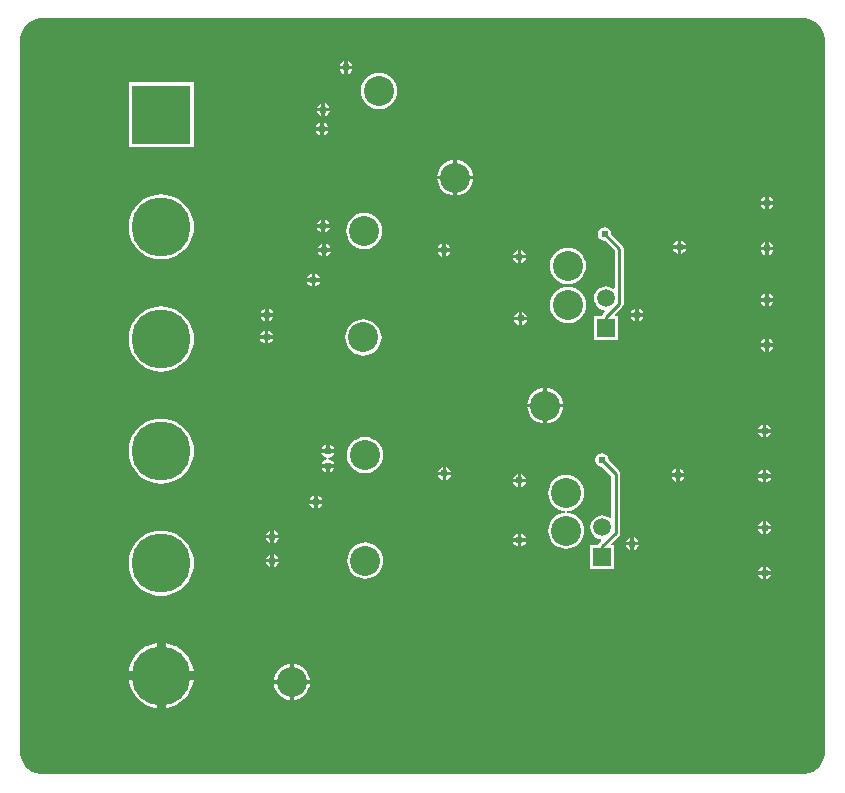
<source format=gbl>
G04*
G04 #@! TF.GenerationSoftware,Altium Limited,Altium Designer,19.1.7 (138)*
G04*
G04 Layer_Physical_Order=2*
G04 Layer_Color=16711680*
%FSAX25Y25*%
%MOIN*%
G70*
G01*
G75*
%ADD12C,0.01000*%
%ADD48C,0.19685*%
%ADD49R,0.19685X0.19685*%
%ADD50C,0.10000*%
%ADD51C,0.05906*%
%ADD52R,0.05906X0.05906*%
%ADD53C,0.02400*%
G36*
X0265573Y0254165D02*
X0266929Y0253603D01*
X0268150Y0252788D01*
X0269188Y0251750D01*
X0270003Y0250529D01*
X0270565Y0249173D01*
X0270851Y0247734D01*
Y0247000D01*
Y0010000D01*
Y0009266D01*
X0270565Y0007827D01*
X0270003Y0006471D01*
X0269188Y0005250D01*
X0268150Y0004212D01*
X0266929Y0003397D01*
X0265573Y0002835D01*
X0264134Y0002549D01*
X0009266D01*
X0007827Y0002835D01*
X0006471Y0003397D01*
X0005250Y0004212D01*
X0004212Y0005250D01*
X0003397Y0006471D01*
X0002835Y0007827D01*
X0002549Y0009266D01*
Y0010000D01*
X0002549Y0247000D01*
X0002549Y0247734D01*
X0002835Y0249173D01*
X0003397Y0250529D01*
X0004212Y0251750D01*
X0005250Y0252788D01*
X0006471Y0253603D01*
X0007827Y0254165D01*
X0009266Y0254451D01*
X0264134D01*
X0265573Y0254165D01*
D02*
G37*
%LPC*%
G36*
X0111779Y0240212D02*
Y0238689D01*
X0113303D01*
X0113252Y0238947D01*
X0112766Y0239675D01*
X0112038Y0240161D01*
X0111779Y0240212D01*
D02*
G37*
G36*
X0110579D02*
X0110321Y0240161D01*
X0109593Y0239675D01*
X0109107Y0238947D01*
X0109056Y0238689D01*
X0110579D01*
Y0240212D01*
D02*
G37*
G36*
X0113303Y0237489D02*
X0111779D01*
Y0235965D01*
X0112038Y0236016D01*
X0112766Y0236503D01*
X0113252Y0237230D01*
X0113303Y0237489D01*
D02*
G37*
G36*
X0110579D02*
X0109056D01*
X0109107Y0237230D01*
X0109593Y0236503D01*
X0110321Y0236016D01*
X0110579Y0235965D01*
Y0237489D01*
D02*
G37*
G36*
X0104200Y0226162D02*
Y0224639D01*
X0105724D01*
X0105672Y0224897D01*
X0105186Y0225625D01*
X0104458Y0226111D01*
X0104200Y0226162D01*
D02*
G37*
G36*
X0103000D02*
X0102742Y0226111D01*
X0102014Y0225625D01*
X0101528Y0224897D01*
X0101476Y0224639D01*
X0103000D01*
Y0226162D01*
D02*
G37*
G36*
X0122179Y0236318D02*
X0121003Y0236202D01*
X0119872Y0235859D01*
X0118830Y0235301D01*
X0117916Y0234552D01*
X0117166Y0233638D01*
X0116609Y0232596D01*
X0116266Y0231465D01*
X0116150Y0230289D01*
X0116266Y0229112D01*
X0116609Y0227981D01*
X0117166Y0226939D01*
X0117916Y0226025D01*
X0118830Y0225276D01*
X0119872Y0224718D01*
X0121003Y0224375D01*
X0122179Y0224259D01*
X0123356Y0224375D01*
X0124487Y0224718D01*
X0125529Y0225276D01*
X0126443Y0226025D01*
X0127192Y0226939D01*
X0127750Y0227981D01*
X0128093Y0229112D01*
X0128208Y0230289D01*
X0128093Y0231465D01*
X0127750Y0232596D01*
X0127192Y0233638D01*
X0126443Y0234552D01*
X0125529Y0235301D01*
X0124487Y0235859D01*
X0123356Y0236202D01*
X0122179Y0236318D01*
D02*
G37*
G36*
X0105724Y0223439D02*
X0104200D01*
Y0221915D01*
X0104458Y0221966D01*
X0105186Y0222452D01*
X0105672Y0223180D01*
X0105724Y0223439D01*
D02*
G37*
G36*
X0103000D02*
X0101476D01*
X0101528Y0223180D01*
X0102014Y0222452D01*
X0102742Y0221966D01*
X0103000Y0221915D01*
Y0223439D01*
D02*
G37*
G36*
X0103770Y0219674D02*
Y0218151D01*
X0105294D01*
X0105242Y0218409D01*
X0104756Y0219137D01*
X0104028Y0219623D01*
X0103770Y0219674D01*
D02*
G37*
G36*
X0102570D02*
X0102312Y0219623D01*
X0101584Y0219137D01*
X0101098Y0218409D01*
X0101046Y0218151D01*
X0102570D01*
Y0219674D01*
D02*
G37*
G36*
X0105294Y0216951D02*
X0103770D01*
Y0215427D01*
X0104028Y0215478D01*
X0104756Y0215965D01*
X0105242Y0216692D01*
X0105294Y0216951D01*
D02*
G37*
G36*
X0102570D02*
X0101046D01*
X0101098Y0216692D01*
X0101584Y0215965D01*
X0102312Y0215478D01*
X0102570Y0215427D01*
Y0216951D01*
D02*
G37*
G36*
X0060443Y0233250D02*
X0038758D01*
Y0211565D01*
X0060443D01*
Y0233250D01*
D02*
G37*
G36*
X0148200Y0207370D02*
Y0202000D01*
X0153570D01*
X0153513Y0202576D01*
X0153170Y0203707D01*
X0152613Y0204749D01*
X0151863Y0205663D01*
X0150950Y0206413D01*
X0149907Y0206970D01*
X0148776Y0207313D01*
X0148200Y0207370D01*
D02*
G37*
G36*
X0147000D02*
X0146424Y0207313D01*
X0145293Y0206970D01*
X0144251Y0206413D01*
X0143337Y0205663D01*
X0142587Y0204749D01*
X0142030Y0203707D01*
X0141687Y0202576D01*
X0141630Y0202000D01*
X0147000D01*
Y0207370D01*
D02*
G37*
G36*
X0153570Y0200800D02*
X0148200D01*
Y0195430D01*
X0148776Y0195487D01*
X0149907Y0195830D01*
X0150950Y0196387D01*
X0151863Y0197137D01*
X0152613Y0198050D01*
X0153170Y0199093D01*
X0153513Y0200224D01*
X0153570Y0200800D01*
D02*
G37*
G36*
X0147000D02*
X0141630D01*
X0141687Y0200224D01*
X0142030Y0199093D01*
X0142587Y0198050D01*
X0143337Y0197137D01*
X0144251Y0196387D01*
X0145293Y0195830D01*
X0146424Y0195487D01*
X0147000Y0195430D01*
Y0200800D01*
D02*
G37*
G36*
X0252104Y0195018D02*
Y0193494D01*
X0253628D01*
X0253576Y0193753D01*
X0253090Y0194481D01*
X0252362Y0194967D01*
X0252104Y0195018D01*
D02*
G37*
G36*
X0250904D02*
X0250645Y0194967D01*
X0249918Y0194481D01*
X0249432Y0193753D01*
X0249380Y0193494D01*
X0250904D01*
Y0195018D01*
D02*
G37*
G36*
X0253628Y0192295D02*
X0252104D01*
Y0190771D01*
X0252362Y0190822D01*
X0253090Y0191308D01*
X0253576Y0192036D01*
X0253628Y0192295D01*
D02*
G37*
G36*
X0250904D02*
X0249380D01*
X0249432Y0192036D01*
X0249918Y0191308D01*
X0250645Y0190822D01*
X0250904Y0190771D01*
Y0192295D01*
D02*
G37*
G36*
X0104200Y0187362D02*
Y0185839D01*
X0105724D01*
X0105672Y0186097D01*
X0105186Y0186825D01*
X0104458Y0187311D01*
X0104200Y0187362D01*
D02*
G37*
G36*
X0103000D02*
X0102742Y0187311D01*
X0102014Y0186825D01*
X0101528Y0186097D01*
X0101476Y0185839D01*
X0103000D01*
Y0187362D01*
D02*
G37*
G36*
X0105724Y0184639D02*
X0104200D01*
Y0183115D01*
X0104458Y0183166D01*
X0105186Y0183652D01*
X0105672Y0184380D01*
X0105724Y0184639D01*
D02*
G37*
G36*
X0103000D02*
X0101476D01*
X0101528Y0184380D01*
X0102014Y0183652D01*
X0102742Y0183166D01*
X0103000Y0183115D01*
Y0184639D01*
D02*
G37*
G36*
X0223000Y0180324D02*
Y0178800D01*
X0224524D01*
X0224472Y0179058D01*
X0223986Y0179786D01*
X0223258Y0180272D01*
X0223000Y0180324D01*
D02*
G37*
G36*
X0221800D02*
X0221542Y0180272D01*
X0220814Y0179786D01*
X0220328Y0179058D01*
X0220276Y0178800D01*
X0221800D01*
Y0180324D01*
D02*
G37*
G36*
X0252104Y0179913D02*
Y0178389D01*
X0253628D01*
X0253576Y0178647D01*
X0253090Y0179375D01*
X0252362Y0179861D01*
X0252104Y0179913D01*
D02*
G37*
G36*
X0250904D02*
X0250645Y0179861D01*
X0249918Y0179375D01*
X0249432Y0178647D01*
X0249380Y0178389D01*
X0250904D01*
Y0179913D01*
D02*
G37*
G36*
X0104525Y0179394D02*
Y0177871D01*
X0106049D01*
X0105998Y0178129D01*
X0105511Y0178857D01*
X0104784Y0179343D01*
X0104525Y0179394D01*
D02*
G37*
G36*
X0103325D02*
X0103067Y0179343D01*
X0102339Y0178857D01*
X0101853Y0178129D01*
X0101801Y0177871D01*
X0103325D01*
Y0179394D01*
D02*
G37*
G36*
X0144400Y0179324D02*
Y0177800D01*
X0145924D01*
X0145872Y0178058D01*
X0145386Y0178786D01*
X0144658Y0179272D01*
X0144400Y0179324D01*
D02*
G37*
G36*
X0143200D02*
X0142942Y0179272D01*
X0142214Y0178786D01*
X0141728Y0178058D01*
X0141676Y0177800D01*
X0143200D01*
Y0179324D01*
D02*
G37*
G36*
X0117300Y0189668D02*
X0116124Y0189552D01*
X0114993Y0189209D01*
X0113951Y0188652D01*
X0113037Y0187902D01*
X0112287Y0186988D01*
X0111730Y0185946D01*
X0111387Y0184815D01*
X0111271Y0183639D01*
X0111387Y0182462D01*
X0111730Y0181331D01*
X0112287Y0180289D01*
X0113037Y0179375D01*
X0113951Y0178626D01*
X0114993Y0178068D01*
X0116124Y0177725D01*
X0117300Y0177610D01*
X0118476Y0177725D01*
X0119607Y0178068D01*
X0120650Y0178626D01*
X0121563Y0179375D01*
X0122313Y0180289D01*
X0122870Y0181331D01*
X0123213Y0182462D01*
X0123329Y0183639D01*
X0123213Y0184815D01*
X0122870Y0185946D01*
X0122313Y0186988D01*
X0121563Y0187902D01*
X0120650Y0188652D01*
X0119607Y0189209D01*
X0118476Y0189552D01*
X0117300Y0189668D01*
D02*
G37*
G36*
X0224524Y0177600D02*
X0223000D01*
Y0176076D01*
X0223258Y0176128D01*
X0223986Y0176614D01*
X0224472Y0177342D01*
X0224524Y0177600D01*
D02*
G37*
G36*
X0221800D02*
X0220276D01*
X0220328Y0177342D01*
X0220814Y0176614D01*
X0221542Y0176128D01*
X0221800Y0176076D01*
Y0177600D01*
D02*
G37*
G36*
X0253628Y0177189D02*
X0252104D01*
Y0175665D01*
X0252362Y0175717D01*
X0253090Y0176203D01*
X0253576Y0176931D01*
X0253628Y0177189D01*
D02*
G37*
G36*
X0250904D02*
X0249380D01*
X0249432Y0176931D01*
X0249918Y0176203D01*
X0250645Y0175717D01*
X0250904Y0175665D01*
Y0177189D01*
D02*
G37*
G36*
X0169600Y0177174D02*
Y0175650D01*
X0171124D01*
X0171072Y0175909D01*
X0170586Y0176637D01*
X0169858Y0177123D01*
X0169600Y0177174D01*
D02*
G37*
G36*
X0168400D02*
X0168142Y0177123D01*
X0167414Y0176637D01*
X0166928Y0175909D01*
X0166876Y0175650D01*
X0168400D01*
Y0177174D01*
D02*
G37*
G36*
X0106049Y0176671D02*
X0104525D01*
Y0175147D01*
X0104784Y0175198D01*
X0105511Y0175685D01*
X0105998Y0176412D01*
X0106049Y0176671D01*
D02*
G37*
G36*
X0103325D02*
X0101801D01*
X0101853Y0176412D01*
X0102339Y0175685D01*
X0103067Y0175198D01*
X0103325Y0175147D01*
Y0176671D01*
D02*
G37*
G36*
X0145924Y0176600D02*
X0144400D01*
Y0175076D01*
X0144658Y0175128D01*
X0145386Y0175614D01*
X0145872Y0176342D01*
X0145924Y0176600D01*
D02*
G37*
G36*
X0143200D02*
X0141676D01*
X0141728Y0176342D01*
X0142214Y0175614D01*
X0142942Y0175128D01*
X0143200Y0175076D01*
Y0176600D01*
D02*
G37*
G36*
X0049600Y0195882D02*
X0047899Y0195748D01*
X0046239Y0195350D01*
X0044662Y0194697D01*
X0043207Y0193805D01*
X0041910Y0192697D01*
X0040801Y0191399D01*
X0039909Y0189944D01*
X0039256Y0188367D01*
X0038858Y0186708D01*
X0038724Y0185006D01*
X0038858Y0183305D01*
X0039256Y0181645D01*
X0039909Y0180069D01*
X0040801Y0178613D01*
X0041910Y0177316D01*
X0043207Y0176207D01*
X0044662Y0175316D01*
X0046239Y0174663D01*
X0047899Y0174264D01*
X0049600Y0174130D01*
X0051301Y0174264D01*
X0052961Y0174663D01*
X0054538Y0175316D01*
X0055993Y0176207D01*
X0057291Y0177316D01*
X0058399Y0178613D01*
X0059291Y0180069D01*
X0059944Y0181645D01*
X0060342Y0183305D01*
X0060476Y0185006D01*
X0060342Y0186708D01*
X0059944Y0188367D01*
X0059291Y0189944D01*
X0058399Y0191399D01*
X0057291Y0192697D01*
X0055993Y0193805D01*
X0054538Y0194697D01*
X0052961Y0195350D01*
X0051301Y0195748D01*
X0049600Y0195882D01*
D02*
G37*
G36*
X0171124Y0174450D02*
X0169600D01*
Y0172927D01*
X0169858Y0172978D01*
X0170586Y0173464D01*
X0171072Y0174192D01*
X0171124Y0174450D01*
D02*
G37*
G36*
X0168400D02*
X0166876D01*
X0166928Y0174192D01*
X0167414Y0173464D01*
X0168142Y0172978D01*
X0168400Y0172927D01*
Y0174450D01*
D02*
G37*
G36*
X0100900Y0169362D02*
Y0167839D01*
X0102424D01*
X0102372Y0168097D01*
X0101886Y0168825D01*
X0101158Y0169311D01*
X0100900Y0169362D01*
D02*
G37*
G36*
X0099700D02*
X0099442Y0169311D01*
X0098714Y0168825D01*
X0098228Y0168097D01*
X0098176Y0167839D01*
X0099700D01*
Y0169362D01*
D02*
G37*
G36*
X0185100Y0177968D02*
X0183924Y0177852D01*
X0182793Y0177509D01*
X0181751Y0176952D01*
X0180837Y0176202D01*
X0180087Y0175288D01*
X0179530Y0174246D01*
X0179187Y0173115D01*
X0179071Y0171939D01*
X0179187Y0170762D01*
X0179530Y0169631D01*
X0180087Y0168589D01*
X0180837Y0167675D01*
X0181751Y0166926D01*
X0182793Y0166368D01*
X0183924Y0166025D01*
X0185100Y0165910D01*
X0186276Y0166025D01*
X0187407Y0166368D01*
X0188450Y0166926D01*
X0189363Y0167675D01*
X0190113Y0168589D01*
X0190670Y0169631D01*
X0191013Y0170762D01*
X0191129Y0171939D01*
X0191013Y0173115D01*
X0190670Y0174246D01*
X0190113Y0175288D01*
X0189363Y0176202D01*
X0188450Y0176952D01*
X0187407Y0177509D01*
X0186276Y0177852D01*
X0185100Y0177968D01*
D02*
G37*
G36*
X0102424Y0166639D02*
X0100900D01*
Y0165115D01*
X0101158Y0165166D01*
X0101886Y0165653D01*
X0102372Y0166380D01*
X0102424Y0166639D01*
D02*
G37*
G36*
X0099700D02*
X0098176D01*
X0098228Y0166380D01*
X0098714Y0165653D01*
X0099442Y0165166D01*
X0099700Y0165115D01*
Y0166639D01*
D02*
G37*
G36*
X0197400Y0184843D02*
X0196542Y0184672D01*
X0195814Y0184186D01*
X0195328Y0183458D01*
X0195157Y0182600D01*
X0195328Y0181742D01*
X0195814Y0181014D01*
X0196542Y0180528D01*
X0197400Y0180357D01*
X0197467Y0180370D01*
X0200723Y0177114D01*
Y0164569D01*
X0200223Y0164323D01*
X0199793Y0164653D01*
X0198832Y0165051D01*
X0197800Y0165187D01*
X0196768Y0165051D01*
X0195807Y0164653D01*
X0194981Y0164019D01*
X0194347Y0163193D01*
X0193949Y0162232D01*
X0193813Y0161200D01*
X0193949Y0160168D01*
X0194347Y0159207D01*
X0194981Y0158381D01*
X0195807Y0157747D01*
X0196768Y0157349D01*
X0197305Y0157278D01*
X0197485Y0156750D01*
X0196719Y0155984D01*
X0196387Y0155488D01*
X0196320Y0155153D01*
X0193847D01*
Y0147247D01*
X0201753D01*
Y0155153D01*
X0200866D01*
X0200675Y0155615D01*
X0203334Y0158274D01*
X0203666Y0158770D01*
X0203782Y0159356D01*
Y0177747D01*
X0203666Y0178332D01*
X0203334Y0178829D01*
X0199630Y0182533D01*
X0199643Y0182600D01*
X0199472Y0183458D01*
X0198986Y0184186D01*
X0198258Y0184672D01*
X0197400Y0184843D01*
D02*
G37*
G36*
X0252104Y0162735D02*
Y0161211D01*
X0253628D01*
X0253576Y0161469D01*
X0253090Y0162197D01*
X0252362Y0162683D01*
X0252104Y0162735D01*
D02*
G37*
G36*
X0250904D02*
X0250645Y0162683D01*
X0249918Y0162197D01*
X0249432Y0161469D01*
X0249380Y0161211D01*
X0250904D01*
Y0162735D01*
D02*
G37*
G36*
X0253628Y0160011D02*
X0252104D01*
Y0158487D01*
X0252362Y0158539D01*
X0253090Y0159025D01*
X0253576Y0159753D01*
X0253628Y0160011D01*
D02*
G37*
G36*
X0250904D02*
X0249380D01*
X0249432Y0159753D01*
X0249918Y0159025D01*
X0250645Y0158539D01*
X0250904Y0158487D01*
Y0160011D01*
D02*
G37*
G36*
X0085500Y0157762D02*
Y0156239D01*
X0087024D01*
X0086972Y0156497D01*
X0086486Y0157225D01*
X0085758Y0157711D01*
X0085500Y0157762D01*
D02*
G37*
G36*
X0084300D02*
X0084042Y0157711D01*
X0083314Y0157225D01*
X0082828Y0156497D01*
X0082776Y0156239D01*
X0084300D01*
Y0157762D01*
D02*
G37*
G36*
X0208800Y0157696D02*
Y0156173D01*
X0210324D01*
X0210272Y0156431D01*
X0209786Y0157159D01*
X0209058Y0157645D01*
X0208800Y0157696D01*
D02*
G37*
G36*
X0207600D02*
X0207342Y0157645D01*
X0206614Y0157159D01*
X0206128Y0156431D01*
X0206076Y0156173D01*
X0207600D01*
Y0157696D01*
D02*
G37*
G36*
X0170000Y0156574D02*
Y0155050D01*
X0171524D01*
X0171472Y0155309D01*
X0170986Y0156036D01*
X0170258Y0156523D01*
X0170000Y0156574D01*
D02*
G37*
G36*
X0168800D02*
X0168542Y0156523D01*
X0167814Y0156036D01*
X0167328Y0155309D01*
X0167276Y0155050D01*
X0168800D01*
Y0156574D01*
D02*
G37*
G36*
X0087024Y0155039D02*
X0085500D01*
Y0153515D01*
X0085758Y0153566D01*
X0086486Y0154052D01*
X0086972Y0154780D01*
X0087024Y0155039D01*
D02*
G37*
G36*
X0084300D02*
X0082776D01*
X0082828Y0154780D01*
X0083314Y0154052D01*
X0084042Y0153566D01*
X0084300Y0153515D01*
Y0155039D01*
D02*
G37*
G36*
X0210324Y0154973D02*
X0208800D01*
Y0153449D01*
X0209058Y0153500D01*
X0209786Y0153987D01*
X0210272Y0154714D01*
X0210324Y0154973D01*
D02*
G37*
G36*
X0207600D02*
X0206076D01*
X0206128Y0154714D01*
X0206614Y0153987D01*
X0207342Y0153500D01*
X0207600Y0153449D01*
Y0154973D01*
D02*
G37*
G36*
X0185200Y0164929D02*
X0184024Y0164813D01*
X0182893Y0164470D01*
X0181851Y0163913D01*
X0180937Y0163163D01*
X0180187Y0162250D01*
X0179630Y0161207D01*
X0179287Y0160076D01*
X0179171Y0158900D01*
X0179287Y0157724D01*
X0179630Y0156593D01*
X0180187Y0155551D01*
X0180937Y0154637D01*
X0181851Y0153887D01*
X0182893Y0153330D01*
X0184024Y0152987D01*
X0185200Y0152871D01*
X0186376Y0152987D01*
X0187507Y0153330D01*
X0188549Y0153887D01*
X0189463Y0154637D01*
X0190213Y0155551D01*
X0190770Y0156593D01*
X0191113Y0157724D01*
X0191229Y0158900D01*
X0191113Y0160076D01*
X0190770Y0161207D01*
X0190213Y0162250D01*
X0189463Y0163163D01*
X0188549Y0163913D01*
X0187507Y0164470D01*
X0186376Y0164813D01*
X0185200Y0164929D01*
D02*
G37*
G36*
X0171524Y0153850D02*
X0170000D01*
Y0152327D01*
X0170258Y0152378D01*
X0170986Y0152864D01*
X0171472Y0153592D01*
X0171524Y0153850D01*
D02*
G37*
G36*
X0168800D02*
X0167276D01*
X0167328Y0153592D01*
X0167814Y0152864D01*
X0168542Y0152378D01*
X0168800Y0152327D01*
Y0153850D01*
D02*
G37*
G36*
X0085300Y0150362D02*
Y0148839D01*
X0086824D01*
X0086772Y0149097D01*
X0086286Y0149825D01*
X0085558Y0150311D01*
X0085300Y0150362D01*
D02*
G37*
G36*
X0084100D02*
X0083842Y0150311D01*
X0083114Y0149825D01*
X0082628Y0149097D01*
X0082576Y0148839D01*
X0084100D01*
Y0150362D01*
D02*
G37*
G36*
X0086824Y0147639D02*
X0085300D01*
Y0146115D01*
X0085558Y0146166D01*
X0086286Y0146652D01*
X0086772Y0147380D01*
X0086824Y0147639D01*
D02*
G37*
G36*
X0084100D02*
X0082576D01*
X0082628Y0147380D01*
X0083114Y0146652D01*
X0083842Y0146166D01*
X0084100Y0146115D01*
Y0147639D01*
D02*
G37*
G36*
X0252104Y0147629D02*
Y0146106D01*
X0253628D01*
X0253576Y0146364D01*
X0253090Y0147092D01*
X0252362Y0147578D01*
X0252104Y0147629D01*
D02*
G37*
G36*
X0250904D02*
X0250645Y0147578D01*
X0249918Y0147092D01*
X0249432Y0146364D01*
X0249380Y0146106D01*
X0250904D01*
Y0147629D01*
D02*
G37*
G36*
X0253628Y0144905D02*
X0252104D01*
Y0143382D01*
X0252362Y0143433D01*
X0253090Y0143919D01*
X0253576Y0144647D01*
X0253628Y0144905D01*
D02*
G37*
G36*
X0250904D02*
X0249380D01*
X0249432Y0144647D01*
X0249918Y0143919D01*
X0250645Y0143433D01*
X0250904Y0143382D01*
Y0144905D01*
D02*
G37*
G36*
X0116979Y0154118D02*
X0115803Y0154002D01*
X0114672Y0153659D01*
X0113630Y0153102D01*
X0112716Y0152352D01*
X0111966Y0151438D01*
X0111409Y0150396D01*
X0111066Y0149265D01*
X0110950Y0148089D01*
X0111066Y0146912D01*
X0111409Y0145781D01*
X0111966Y0144739D01*
X0112716Y0143825D01*
X0113630Y0143076D01*
X0114672Y0142518D01*
X0115803Y0142175D01*
X0116979Y0142060D01*
X0118156Y0142175D01*
X0119287Y0142518D01*
X0120329Y0143076D01*
X0121243Y0143825D01*
X0121992Y0144739D01*
X0122549Y0145781D01*
X0122893Y0146912D01*
X0123008Y0148089D01*
X0122893Y0149265D01*
X0122549Y0150396D01*
X0121992Y0151438D01*
X0121243Y0152352D01*
X0120329Y0153102D01*
X0119287Y0153659D01*
X0118156Y0154002D01*
X0116979Y0154118D01*
D02*
G37*
G36*
X0049600Y0158481D02*
X0047899Y0158347D01*
X0046239Y0157949D01*
X0044662Y0157295D01*
X0043207Y0156404D01*
X0041910Y0155295D01*
X0040801Y0153998D01*
X0039909Y0152542D01*
X0039256Y0150966D01*
X0038858Y0149306D01*
X0038724Y0147605D01*
X0038858Y0145903D01*
X0039256Y0144244D01*
X0039909Y0142667D01*
X0040801Y0141212D01*
X0041910Y0139914D01*
X0043207Y0138806D01*
X0044662Y0137914D01*
X0046239Y0137261D01*
X0047899Y0136863D01*
X0049600Y0136729D01*
X0051301Y0136863D01*
X0052961Y0137261D01*
X0054538Y0137914D01*
X0055993Y0138806D01*
X0057291Y0139914D01*
X0058399Y0141212D01*
X0059291Y0142667D01*
X0059944Y0144244D01*
X0060342Y0145903D01*
X0060476Y0147605D01*
X0060342Y0149306D01*
X0059944Y0150966D01*
X0059291Y0152542D01*
X0058399Y0153998D01*
X0057291Y0155295D01*
X0055993Y0156404D01*
X0054538Y0157295D01*
X0052961Y0157949D01*
X0051301Y0158347D01*
X0049600Y0158481D01*
D02*
G37*
G36*
X0178200Y0131370D02*
Y0126000D01*
X0183570D01*
X0183513Y0126576D01*
X0183170Y0127707D01*
X0182613Y0128750D01*
X0181863Y0129663D01*
X0180949Y0130413D01*
X0179907Y0130970D01*
X0178776Y0131313D01*
X0178200Y0131370D01*
D02*
G37*
G36*
X0177000D02*
X0176424Y0131313D01*
X0175293Y0130970D01*
X0174250Y0130413D01*
X0173337Y0129663D01*
X0172587Y0128750D01*
X0172030Y0127707D01*
X0171687Y0126576D01*
X0171630Y0126000D01*
X0177000D01*
Y0131370D01*
D02*
G37*
G36*
X0183570Y0124800D02*
X0178200D01*
Y0119430D01*
X0178776Y0119487D01*
X0179907Y0119830D01*
X0180949Y0120387D01*
X0181863Y0121137D01*
X0182613Y0122050D01*
X0183170Y0123093D01*
X0183513Y0124224D01*
X0183570Y0124800D01*
D02*
G37*
G36*
X0177000D02*
X0171630D01*
X0171687Y0124224D01*
X0172030Y0123093D01*
X0172587Y0122050D01*
X0173337Y0121137D01*
X0174250Y0120387D01*
X0175293Y0119830D01*
X0176424Y0119487D01*
X0177000Y0119430D01*
Y0124800D01*
D02*
G37*
G36*
X0251304Y0119124D02*
Y0117600D01*
X0252828D01*
X0252776Y0117858D01*
X0252290Y0118586D01*
X0251562Y0119072D01*
X0251304Y0119124D01*
D02*
G37*
G36*
X0250104D02*
X0249846Y0119072D01*
X0249118Y0118586D01*
X0248632Y0117858D01*
X0248580Y0117600D01*
X0250104D01*
Y0119124D01*
D02*
G37*
G36*
X0252828Y0116400D02*
X0251304D01*
Y0114876D01*
X0251562Y0114928D01*
X0252290Y0115414D01*
X0252776Y0116142D01*
X0252828Y0116400D01*
D02*
G37*
G36*
X0250104D02*
X0248580D01*
X0248632Y0116142D01*
X0249118Y0115414D01*
X0249846Y0114928D01*
X0250104Y0114876D01*
Y0116400D01*
D02*
G37*
G36*
X0105700Y0112362D02*
Y0110839D01*
X0107224D01*
X0107172Y0111097D01*
X0106686Y0111825D01*
X0105958Y0112311D01*
X0105700Y0112362D01*
D02*
G37*
G36*
X0104500D02*
X0104242Y0112311D01*
X0103514Y0111825D01*
X0103028Y0111097D01*
X0102976Y0110839D01*
X0104500D01*
Y0112362D01*
D02*
G37*
G36*
X0107224Y0109639D02*
X0102976D01*
X0103028Y0109380D01*
X0103514Y0108652D01*
X0104242Y0108166D01*
X0104812Y0108053D01*
X0104894Y0108036D01*
Y0107527D01*
X0104812Y0107510D01*
X0104242Y0107397D01*
X0103514Y0106911D01*
X0103028Y0106183D01*
X0102976Y0105924D01*
X0107224D01*
X0107172Y0106183D01*
X0106686Y0106911D01*
X0105958Y0107397D01*
X0105388Y0107510D01*
X0105306Y0107527D01*
Y0108036D01*
X0105388Y0108053D01*
X0105958Y0108166D01*
X0106686Y0108652D01*
X0107172Y0109380D01*
X0107224Y0109639D01*
D02*
G37*
G36*
X0144600Y0104894D02*
Y0103370D01*
X0146124D01*
X0146072Y0103629D01*
X0145586Y0104356D01*
X0144858Y0104842D01*
X0144600Y0104894D01*
D02*
G37*
G36*
X0143400D02*
X0143142Y0104842D01*
X0142414Y0104356D01*
X0141928Y0103629D01*
X0141876Y0103370D01*
X0143400D01*
Y0104894D01*
D02*
G37*
G36*
X0107224Y0104724D02*
X0105700D01*
Y0103201D01*
X0105958Y0103252D01*
X0106686Y0103738D01*
X0107172Y0104466D01*
X0107224Y0104724D01*
D02*
G37*
G36*
X0104500D02*
X0102976D01*
X0103028Y0104466D01*
X0103514Y0103738D01*
X0104242Y0103252D01*
X0104500Y0103201D01*
Y0104724D01*
D02*
G37*
G36*
X0117500Y0114868D02*
X0116324Y0114752D01*
X0115193Y0114409D01*
X0114151Y0113851D01*
X0113237Y0113102D01*
X0112487Y0112188D01*
X0111930Y0111146D01*
X0111587Y0110015D01*
X0111471Y0108839D01*
X0111587Y0107662D01*
X0111930Y0106531D01*
X0112487Y0105489D01*
X0113237Y0104575D01*
X0114151Y0103826D01*
X0115193Y0103269D01*
X0116324Y0102925D01*
X0117500Y0102810D01*
X0118676Y0102925D01*
X0119807Y0103269D01*
X0120850Y0103826D01*
X0121763Y0104575D01*
X0122513Y0105489D01*
X0123070Y0106531D01*
X0123413Y0107662D01*
X0123529Y0108839D01*
X0123413Y0110015D01*
X0123070Y0111146D01*
X0122513Y0112188D01*
X0121763Y0113102D01*
X0120850Y0113851D01*
X0119807Y0114409D01*
X0118676Y0114752D01*
X0117500Y0114868D01*
D02*
G37*
G36*
X0222400Y0104324D02*
Y0102800D01*
X0223924D01*
X0223872Y0103058D01*
X0223386Y0103786D01*
X0222658Y0104272D01*
X0222400Y0104324D01*
D02*
G37*
G36*
X0221200D02*
X0220942Y0104272D01*
X0220214Y0103786D01*
X0219728Y0103058D01*
X0219676Y0102800D01*
X0221200D01*
Y0104324D01*
D02*
G37*
G36*
X0251304Y0104018D02*
Y0102495D01*
X0252828D01*
X0252776Y0102753D01*
X0252290Y0103481D01*
X0251562Y0103967D01*
X0251304Y0104018D01*
D02*
G37*
G36*
X0250104D02*
X0249846Y0103967D01*
X0249118Y0103481D01*
X0248632Y0102753D01*
X0248580Y0102495D01*
X0250104D01*
Y0104018D01*
D02*
G37*
G36*
X0169600Y0102574D02*
Y0101050D01*
X0171124D01*
X0171072Y0101309D01*
X0170586Y0102036D01*
X0169858Y0102523D01*
X0169600Y0102574D01*
D02*
G37*
G36*
X0168400D02*
X0168142Y0102523D01*
X0167414Y0102036D01*
X0166928Y0101309D01*
X0166876Y0101050D01*
X0168400D01*
Y0102574D01*
D02*
G37*
G36*
X0146124Y0102170D02*
X0144600D01*
Y0100646D01*
X0144858Y0100698D01*
X0145586Y0101184D01*
X0146072Y0101912D01*
X0146124Y0102170D01*
D02*
G37*
G36*
X0143400D02*
X0141876D01*
X0141928Y0101912D01*
X0142414Y0101184D01*
X0143142Y0100698D01*
X0143400Y0100646D01*
Y0102170D01*
D02*
G37*
G36*
X0223924Y0101600D02*
X0222400D01*
Y0100076D01*
X0222658Y0100128D01*
X0223386Y0100614D01*
X0223872Y0101342D01*
X0223924Y0101600D01*
D02*
G37*
G36*
X0221200D02*
X0219676D01*
X0219728Y0101342D01*
X0220214Y0100614D01*
X0220942Y0100128D01*
X0221200Y0100076D01*
Y0101600D01*
D02*
G37*
G36*
X0252828Y0101295D02*
X0251304D01*
Y0099771D01*
X0251562Y0099822D01*
X0252290Y0100308D01*
X0252776Y0101036D01*
X0252828Y0101295D01*
D02*
G37*
G36*
X0250104D02*
X0248580D01*
X0248632Y0101036D01*
X0249118Y0100308D01*
X0249846Y0099822D01*
X0250104Y0099771D01*
Y0101295D01*
D02*
G37*
G36*
X0049600Y0121079D02*
X0047899Y0120945D01*
X0046239Y0120547D01*
X0044662Y0119894D01*
X0043207Y0119002D01*
X0041910Y0117894D01*
X0040801Y0116596D01*
X0039909Y0115141D01*
X0039256Y0113564D01*
X0038858Y0111905D01*
X0038724Y0110203D01*
X0038858Y0108502D01*
X0039256Y0106842D01*
X0039909Y0105265D01*
X0040801Y0103810D01*
X0041910Y0102513D01*
X0043207Y0101404D01*
X0044662Y0100513D01*
X0046239Y0099859D01*
X0047899Y0099461D01*
X0049600Y0099327D01*
X0051301Y0099461D01*
X0052961Y0099859D01*
X0054538Y0100513D01*
X0055993Y0101404D01*
X0057291Y0102513D01*
X0058399Y0103810D01*
X0059291Y0105265D01*
X0059944Y0106842D01*
X0060342Y0108502D01*
X0060476Y0110203D01*
X0060342Y0111905D01*
X0059944Y0113564D01*
X0059291Y0115141D01*
X0058399Y0116596D01*
X0057291Y0117894D01*
X0055993Y0119002D01*
X0054538Y0119894D01*
X0052961Y0120547D01*
X0051301Y0120945D01*
X0049600Y0121079D01*
D02*
G37*
G36*
X0171124Y0099850D02*
X0169600D01*
Y0098327D01*
X0169858Y0098378D01*
X0170586Y0098864D01*
X0171072Y0099592D01*
X0171124Y0099850D01*
D02*
G37*
G36*
X0168400D02*
X0166876D01*
X0166928Y0099592D01*
X0167414Y0098864D01*
X0168142Y0098378D01*
X0168400Y0098327D01*
Y0099850D01*
D02*
G37*
G36*
X0101700Y0095362D02*
Y0093839D01*
X0103224D01*
X0103172Y0094097D01*
X0102686Y0094825D01*
X0101958Y0095311D01*
X0101700Y0095362D01*
D02*
G37*
G36*
X0100500D02*
X0100242Y0095311D01*
X0099514Y0094825D01*
X0099028Y0094097D01*
X0098976Y0093839D01*
X0100500D01*
Y0095362D01*
D02*
G37*
G36*
X0103224Y0092639D02*
X0101700D01*
Y0091115D01*
X0101958Y0091166D01*
X0102686Y0091653D01*
X0103172Y0092380D01*
X0103224Y0092639D01*
D02*
G37*
G36*
X0100500D02*
X0098976D01*
X0099028Y0092380D01*
X0099514Y0091653D01*
X0100242Y0091166D01*
X0100500Y0091115D01*
Y0092639D01*
D02*
G37*
G36*
X0196457Y0109483D02*
X0195598Y0109313D01*
X0194871Y0108826D01*
X0194385Y0108099D01*
X0194214Y0107240D01*
X0194385Y0106382D01*
X0194871Y0105654D01*
X0195598Y0105168D01*
X0196457Y0104997D01*
X0196524Y0105010D01*
X0199523Y0102011D01*
Y0088169D01*
X0199023Y0087923D01*
X0198593Y0088253D01*
X0197632Y0088651D01*
X0196600Y0088787D01*
X0195568Y0088651D01*
X0194607Y0088253D01*
X0193781Y0087619D01*
X0193147Y0086793D01*
X0192749Y0085832D01*
X0192613Y0084800D01*
X0192749Y0083768D01*
X0193147Y0082807D01*
X0193781Y0081981D01*
X0194607Y0081347D01*
X0195568Y0080949D01*
X0196112Y0080877D01*
X0196291Y0080349D01*
X0195519Y0079577D01*
X0195187Y0079081D01*
X0195122Y0078753D01*
X0192647D01*
Y0070847D01*
X0200553D01*
Y0078753D01*
X0199673D01*
X0199482Y0079215D01*
X0202134Y0081867D01*
X0202466Y0082363D01*
X0202582Y0082949D01*
Y0102644D01*
X0202466Y0103230D01*
X0202134Y0103726D01*
X0198687Y0107173D01*
X0198700Y0107240D01*
X0198529Y0108099D01*
X0198043Y0108826D01*
X0197315Y0109313D01*
X0196457Y0109483D01*
D02*
G37*
G36*
X0251304Y0086840D02*
Y0085316D01*
X0252828D01*
X0252776Y0085575D01*
X0252290Y0086303D01*
X0251562Y0086789D01*
X0251304Y0086840D01*
D02*
G37*
G36*
X0250104D02*
X0249846Y0086789D01*
X0249118Y0086303D01*
X0248632Y0085575D01*
X0248580Y0085316D01*
X0250104D01*
Y0086840D01*
D02*
G37*
G36*
X0252828Y0084117D02*
X0251304D01*
Y0082593D01*
X0251562Y0082644D01*
X0252290Y0083130D01*
X0252776Y0083858D01*
X0252828Y0084117D01*
D02*
G37*
G36*
X0250104D02*
X0248580D01*
X0248632Y0083858D01*
X0249118Y0083130D01*
X0249846Y0082644D01*
X0250104Y0082593D01*
Y0084117D01*
D02*
G37*
G36*
X0087200Y0083862D02*
Y0082339D01*
X0088724D01*
X0088672Y0082597D01*
X0088186Y0083325D01*
X0087458Y0083811D01*
X0087200Y0083862D01*
D02*
G37*
G36*
X0086000D02*
X0085742Y0083811D01*
X0085014Y0083325D01*
X0084528Y0082597D01*
X0084476Y0082339D01*
X0086000D01*
Y0083862D01*
D02*
G37*
G36*
X0169600Y0082673D02*
Y0081150D01*
X0171124D01*
X0171072Y0081408D01*
X0170586Y0082136D01*
X0169858Y0082622D01*
X0169600Y0082673D01*
D02*
G37*
G36*
X0168400D02*
X0168142Y0082622D01*
X0167414Y0082136D01*
X0166928Y0081408D01*
X0166876Y0081150D01*
X0168400D01*
Y0082673D01*
D02*
G37*
G36*
X0207200Y0081524D02*
Y0080000D01*
X0208724D01*
X0208672Y0080258D01*
X0208186Y0080986D01*
X0207458Y0081472D01*
X0207200Y0081524D01*
D02*
G37*
G36*
X0206000D02*
X0205742Y0081472D01*
X0205014Y0080986D01*
X0204528Y0080258D01*
X0204476Y0080000D01*
X0206000D01*
Y0081524D01*
D02*
G37*
G36*
X0088724Y0081139D02*
X0087200D01*
Y0079615D01*
X0087458Y0079666D01*
X0088186Y0080152D01*
X0088672Y0080880D01*
X0088724Y0081139D01*
D02*
G37*
G36*
X0086000D02*
X0084476D01*
X0084528Y0080880D01*
X0085014Y0080152D01*
X0085742Y0079666D01*
X0086000Y0079615D01*
Y0081139D01*
D02*
G37*
G36*
X0171124Y0079950D02*
X0169600D01*
Y0078426D01*
X0169858Y0078477D01*
X0170586Y0078964D01*
X0171072Y0079691D01*
X0171124Y0079950D01*
D02*
G37*
G36*
X0168400D02*
X0166876D01*
X0166928Y0079691D01*
X0167414Y0078964D01*
X0168142Y0078477D01*
X0168400Y0078426D01*
Y0079950D01*
D02*
G37*
G36*
X0184600Y0102268D02*
X0183424Y0102152D01*
X0182293Y0101809D01*
X0181251Y0101251D01*
X0180337Y0100502D01*
X0179587Y0099588D01*
X0179030Y0098546D01*
X0178687Y0097415D01*
X0178571Y0096239D01*
X0178687Y0095062D01*
X0179030Y0093931D01*
X0179587Y0092889D01*
X0180337Y0091975D01*
X0181251Y0091226D01*
X0182293Y0090668D01*
X0183424Y0090325D01*
X0184293Y0090240D01*
Y0089737D01*
X0183424Y0089652D01*
X0182293Y0089309D01*
X0181251Y0088752D01*
X0180337Y0088002D01*
X0179587Y0087088D01*
X0179030Y0086046D01*
X0178687Y0084915D01*
X0178571Y0083739D01*
X0178687Y0082562D01*
X0179030Y0081431D01*
X0179587Y0080389D01*
X0180337Y0079475D01*
X0181251Y0078726D01*
X0182293Y0078168D01*
X0183424Y0077825D01*
X0184600Y0077710D01*
X0185776Y0077825D01*
X0186907Y0078168D01*
X0187950Y0078726D01*
X0188863Y0079475D01*
X0189613Y0080389D01*
X0190170Y0081431D01*
X0190513Y0082562D01*
X0190629Y0083739D01*
X0190513Y0084915D01*
X0190170Y0086046D01*
X0189613Y0087088D01*
X0188863Y0088002D01*
X0187950Y0088752D01*
X0186907Y0089309D01*
X0185776Y0089652D01*
X0184907Y0089737D01*
Y0090240D01*
X0185776Y0090325D01*
X0186907Y0090668D01*
X0187950Y0091226D01*
X0188863Y0091975D01*
X0189613Y0092889D01*
X0190170Y0093931D01*
X0190513Y0095062D01*
X0190629Y0096239D01*
X0190513Y0097415D01*
X0190170Y0098546D01*
X0189613Y0099588D01*
X0188863Y0100502D01*
X0187950Y0101251D01*
X0186907Y0101809D01*
X0185776Y0102152D01*
X0184600Y0102268D01*
D02*
G37*
G36*
X0208724Y0078800D02*
X0207200D01*
Y0077276D01*
X0207458Y0077328D01*
X0208186Y0077814D01*
X0208672Y0078542D01*
X0208724Y0078800D01*
D02*
G37*
G36*
X0206000D02*
X0204476D01*
X0204528Y0078542D01*
X0205014Y0077814D01*
X0205742Y0077328D01*
X0206000Y0077276D01*
Y0078800D01*
D02*
G37*
G36*
X0087200Y0075862D02*
Y0074339D01*
X0088724D01*
X0088672Y0074597D01*
X0088186Y0075325D01*
X0087458Y0075811D01*
X0087200Y0075862D01*
D02*
G37*
G36*
X0086000D02*
X0085742Y0075811D01*
X0085014Y0075325D01*
X0084528Y0074597D01*
X0084476Y0074339D01*
X0086000D01*
Y0075862D01*
D02*
G37*
G36*
X0088724Y0073139D02*
X0087200D01*
Y0071615D01*
X0087458Y0071666D01*
X0088186Y0072153D01*
X0088672Y0072880D01*
X0088724Y0073139D01*
D02*
G37*
G36*
X0086000D02*
X0084476D01*
X0084528Y0072880D01*
X0085014Y0072153D01*
X0085742Y0071666D01*
X0086000Y0071615D01*
Y0073139D01*
D02*
G37*
G36*
X0251304Y0071735D02*
Y0070211D01*
X0252828D01*
X0252776Y0070469D01*
X0252290Y0071197D01*
X0251562Y0071683D01*
X0251304Y0071735D01*
D02*
G37*
G36*
X0250104D02*
X0249846Y0071683D01*
X0249118Y0071197D01*
X0248632Y0070469D01*
X0248580Y0070211D01*
X0250104D01*
Y0071735D01*
D02*
G37*
G36*
X0117600Y0079768D02*
X0116424Y0079652D01*
X0115293Y0079309D01*
X0114251Y0078751D01*
X0113337Y0078002D01*
X0112587Y0077088D01*
X0112030Y0076046D01*
X0111687Y0074915D01*
X0111571Y0073739D01*
X0111687Y0072562D01*
X0112030Y0071431D01*
X0112587Y0070389D01*
X0113337Y0069475D01*
X0114251Y0068726D01*
X0115293Y0068168D01*
X0116424Y0067825D01*
X0117600Y0067710D01*
X0118776Y0067825D01*
X0119907Y0068168D01*
X0120949Y0068726D01*
X0121863Y0069475D01*
X0122613Y0070389D01*
X0123170Y0071431D01*
X0123513Y0072562D01*
X0123629Y0073739D01*
X0123513Y0074915D01*
X0123170Y0076046D01*
X0122613Y0077088D01*
X0121863Y0078002D01*
X0120949Y0078751D01*
X0119907Y0079309D01*
X0118776Y0079652D01*
X0117600Y0079768D01*
D02*
G37*
G36*
X0252828Y0069011D02*
X0251304D01*
Y0067487D01*
X0251562Y0067539D01*
X0252290Y0068025D01*
X0252776Y0068753D01*
X0252828Y0069011D01*
D02*
G37*
G36*
X0250104D02*
X0248580D01*
X0248632Y0068753D01*
X0249118Y0068025D01*
X0249846Y0067539D01*
X0250104Y0067487D01*
Y0069011D01*
D02*
G37*
G36*
X0049600Y0083678D02*
X0047899Y0083544D01*
X0046239Y0083145D01*
X0044662Y0082492D01*
X0043207Y0081600D01*
X0041910Y0080492D01*
X0040801Y0079194D01*
X0039909Y0077739D01*
X0039256Y0076162D01*
X0038858Y0074503D01*
X0038724Y0072802D01*
X0038858Y0071100D01*
X0039256Y0069441D01*
X0039909Y0067864D01*
X0040801Y0066409D01*
X0041910Y0065111D01*
X0043207Y0064003D01*
X0044662Y0063111D01*
X0046239Y0062458D01*
X0047899Y0062059D01*
X0049600Y0061926D01*
X0051301Y0062059D01*
X0052961Y0062458D01*
X0054538Y0063111D01*
X0055993Y0064003D01*
X0057291Y0065111D01*
X0058399Y0066409D01*
X0059291Y0067864D01*
X0059944Y0069441D01*
X0060342Y0071100D01*
X0060476Y0072802D01*
X0060342Y0074503D01*
X0059944Y0076162D01*
X0059291Y0077739D01*
X0058399Y0079194D01*
X0057291Y0080492D01*
X0055993Y0081600D01*
X0054538Y0082492D01*
X0052961Y0083145D01*
X0051301Y0083544D01*
X0049600Y0083678D01*
D02*
G37*
G36*
X0051100Y0046158D02*
Y0036900D01*
X0060358D01*
X0060342Y0037101D01*
X0059944Y0038761D01*
X0059291Y0040338D01*
X0058399Y0041793D01*
X0057291Y0043091D01*
X0055993Y0044199D01*
X0054538Y0045091D01*
X0052961Y0045744D01*
X0051301Y0046142D01*
X0051100Y0046158D01*
D02*
G37*
G36*
X0048100D02*
X0047899Y0046142D01*
X0046239Y0045744D01*
X0044662Y0045091D01*
X0043207Y0044199D01*
X0041910Y0043091D01*
X0040801Y0041793D01*
X0039909Y0040338D01*
X0039256Y0038761D01*
X0038858Y0037101D01*
X0038842Y0036900D01*
X0048100D01*
Y0046158D01*
D02*
G37*
G36*
X0093700Y0039208D02*
Y0033839D01*
X0099070D01*
X0099013Y0034415D01*
X0098670Y0035546D01*
X0098113Y0036588D01*
X0097363Y0037502D01*
X0096450Y0038252D01*
X0095407Y0038809D01*
X0094276Y0039152D01*
X0093700Y0039208D01*
D02*
G37*
G36*
X0092500D02*
X0091924Y0039152D01*
X0090793Y0038809D01*
X0089750Y0038252D01*
X0088837Y0037502D01*
X0088087Y0036588D01*
X0087530Y0035546D01*
X0087187Y0034415D01*
X0087130Y0033839D01*
X0092500D01*
Y0039208D01*
D02*
G37*
G36*
X0099070Y0032639D02*
X0093700D01*
Y0027269D01*
X0094276Y0027325D01*
X0095407Y0027668D01*
X0096450Y0028226D01*
X0097363Y0028975D01*
X0098113Y0029889D01*
X0098670Y0030931D01*
X0099013Y0032062D01*
X0099070Y0032639D01*
D02*
G37*
G36*
X0092500D02*
X0087130D01*
X0087187Y0032062D01*
X0087530Y0030931D01*
X0088087Y0029889D01*
X0088837Y0028975D01*
X0089750Y0028226D01*
X0090793Y0027668D01*
X0091924Y0027325D01*
X0092500Y0027269D01*
Y0032639D01*
D02*
G37*
G36*
X0060358Y0033900D02*
X0051100D01*
Y0024642D01*
X0051301Y0024658D01*
X0052961Y0025056D01*
X0054538Y0025709D01*
X0055993Y0026601D01*
X0057291Y0027709D01*
X0058399Y0029007D01*
X0059291Y0030462D01*
X0059944Y0032039D01*
X0060342Y0033699D01*
X0060358Y0033900D01*
D02*
G37*
G36*
X0048100D02*
X0038842D01*
X0038858Y0033699D01*
X0039256Y0032039D01*
X0039909Y0030462D01*
X0040801Y0029007D01*
X0041910Y0027709D01*
X0043207Y0026601D01*
X0044662Y0025709D01*
X0046239Y0025056D01*
X0047899Y0024658D01*
X0048100Y0024642D01*
Y0033900D01*
D02*
G37*
%LPD*%
D12*
X0196600Y0078496D02*
X0201053Y0082949D01*
X0196600Y0074800D02*
Y0078496D01*
X0197800Y0154903D02*
X0202253Y0159356D01*
X0197800Y0151200D02*
Y0154903D01*
X0196457Y0107240D02*
X0201053Y0102644D01*
Y0082949D02*
Y0102644D01*
X0197400Y0182600D02*
X0202253Y0177747D01*
Y0159356D02*
Y0177747D01*
D48*
X0049600Y0035400D02*
D03*
Y0072802D02*
D03*
Y0110203D02*
D03*
Y0147605D02*
D03*
Y0185006D02*
D03*
D49*
Y0222408D02*
D03*
D50*
X0147600Y0201400D02*
D03*
X0177600Y0125400D02*
D03*
X0184600Y0083739D02*
D03*
X0185200Y0158900D02*
D03*
X0122179Y0230289D02*
D03*
X0185100Y0171939D02*
D03*
X0184600Y0096239D02*
D03*
X0117600Y0073739D02*
D03*
X0117500Y0108839D02*
D03*
X0117300Y0183639D02*
D03*
X0116979Y0148089D02*
D03*
X0093100Y0033239D02*
D03*
D51*
X0196600Y0084800D02*
D03*
X0197800Y0161200D02*
D03*
D52*
X0196600Y0074800D02*
D03*
X0197800Y0151200D02*
D03*
D53*
X0251504Y0192894D02*
D03*
Y0177789D02*
D03*
Y0145505D02*
D03*
Y0160611D02*
D03*
X0250704Y0084716D02*
D03*
Y0069611D02*
D03*
Y0101894D02*
D03*
X0222400Y0178200D02*
D03*
X0250704Y0117000D02*
D03*
X0221800Y0102200D02*
D03*
X0196457Y0107240D02*
D03*
X0208200Y0155573D02*
D03*
X0206600Y0079400D02*
D03*
X0197400Y0182600D02*
D03*
X0143800Y0177200D02*
D03*
X0144000Y0102770D02*
D03*
X0103170Y0217551D02*
D03*
X0111179Y0238089D02*
D03*
X0169000Y0175050D02*
D03*
X0169400Y0154450D02*
D03*
X0103925Y0177271D02*
D03*
X0103600Y0185239D02*
D03*
X0084700Y0148239D02*
D03*
X0105100Y0110239D02*
D03*
X0084900Y0155639D02*
D03*
X0100300Y0167239D02*
D03*
X0169000Y0080550D02*
D03*
Y0100450D02*
D03*
X0086600Y0081739D02*
D03*
Y0073739D02*
D03*
X0101100Y0093239D02*
D03*
X0105100Y0105324D02*
D03*
X0103600Y0224039D02*
D03*
M02*

</source>
